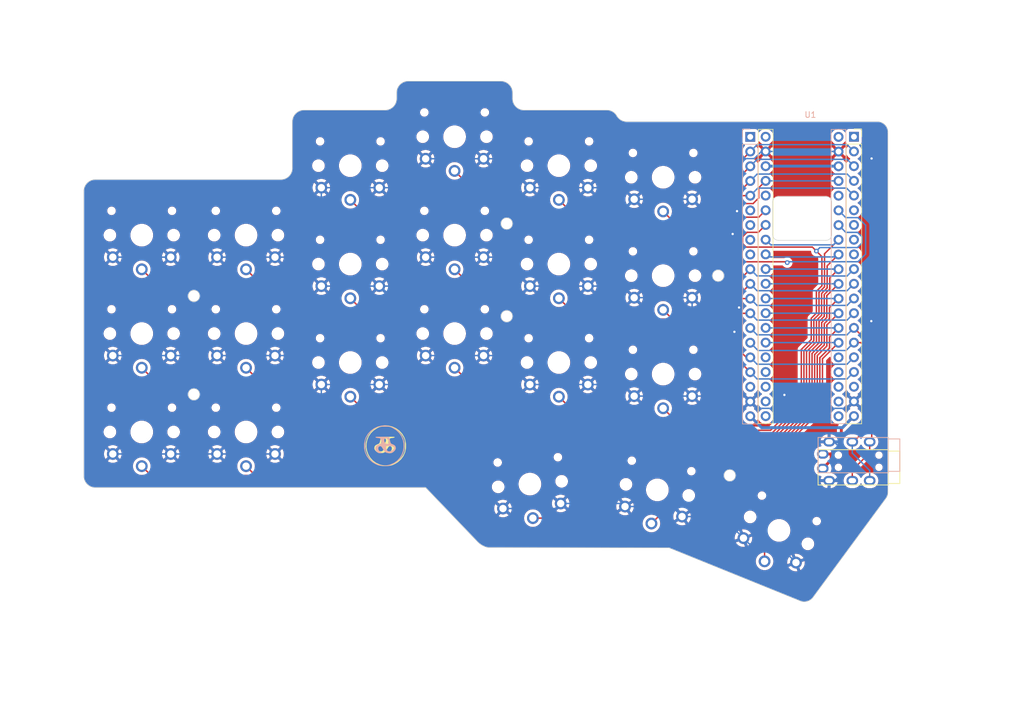
<source format=kicad_pcb>
(kicad_pcb (version 20240108) (generator "pcbnew") (generator_version "8.0")
  (title_block (rev "rev1.0"))
  (layers (0 "F.Cu" signal) (31 "B.Cu" signal) (34 "B.Paste" user) (35 "F.Paste" user) (36 "B.SilkS" user "B.Silkscreen") (37 "F.SilkS" user "F.Silkscreen") (38 "B.Mask" user) (39 "F.Mask" user) (44 "Edge.Cuts" user))
  (net 0 "")
  (net 1 "+3V3")
  (net 2 "GND")
  (net 3 "/TX")
  (net 4 "/RX")
  (net 5 "/k00")
  (net 6 "/k01")
  (net 7 "/k02")
  (net 8 "/k03")
  (net 9 "/k04")
  (net 10 "/k05")
  (net 11 "/k10")
  (net 12 "/k11")
  (net 13 "/k12")
  (net 14 "/k13")
  (net 15 "/k14")
  (net 16 "/k15")
  (net 17 "/k20")
  (net 18 "/k21")
  (net 19 "/k22")
  (net 20 "/k23")
  (net 21 "/k24")
  (net 22 "/k25")
  (net 23 "/k30")
  (net 24 "/k31")
  (net 25 "/k32")
  (footprint "keyswitches:SW_PG1350_reversible" (layer "F.Cu") (at 164 94)
    (property "Reference" "K25" (hide yes))
    (property "Value" "KEYSW")
  )
  (footprint "keyswitches:SW_PG1350_reversible" (layer "F.Cu") (at 146 92)
    (property "Reference" "K24" (hide yes))
    (property "Value" "KEYSW")
  )
  (footprint "keyswitches:SW_PG1350_reversible" (layer "F.Cu") (at 92 104)
    (property "Reference" "K21" (hide yes))
    (property "Value" "KEYSW" (hide yes))
  )
  (footprint "keyswitches:SW_PG1350_reversible" (layer "F.Cu") (at 110 58)
    (property "Reference" "K02" (hide yes))
    (property "Value" "KEYSW" (hide yes))
  )
  (footprint "kdkb_tools:logo-small" (layer "F.Cu") (at 116 106.5)
    (property "Reference" "G***" (hide yes))
    (property "Value" "LOGO" (hide yes))
  )
  (footprint "keyswitches:SW_PG1350_reversible" (layer "F.Cu") (at 74 87)
    (property "Reference" "K10" (hide yes))
    (property "Value" "KEYSW" (hide yes))
  )
  (footprint "keyswitches:SW_PG1350_reversible" (layer "F.Cu") (at 146 58)
    (property "Reference" "K04" (hide yes))
    (property "Value" "KEYSW")
  )
  (footprint "keyswitches:SW_PG1350_reversible" (layer "F.Cu") (at 110 75)
    (property "Reference" "K12" (hide yes))
    (property "Value" "KEYSW")
  )
  (footprint "keyswitches:SW_PG1350_reversible" (layer "F.Cu") (at 141 113 5)
    (property "Reference" "K30" (hide yes))
    (property "Value" "KEYSW")
  )
  (footprint "keyswitches:SW_PG1350_reversible" (layer "F.Cu") (at 92 70)
    (property "Reference" "K01" (hide yes))
    (property "Value" "KEYSW" (hide yes))
  )
  (footprint "keyswitches:SW_PG1350_reversible" (layer "F.Cu") (at 146 75)
    (property "Reference" "K14" (hide yes))
    (property "Value" "KEYSW")
  )
  (footprint "keyswitches:SW_PG1350_reversible" (layer "F.Cu") (at 128 87)
    (property "Reference" "K23" (hide yes))
    (property "Value" "KEYSW" (hide yes))
  )
  (footprint "keyswitches:SW_PG1350_reversible" (layer "F.Cu") (at 128 53)
    (property "Reference" "K03" (hide yes))
    (property "Value" "KEYSW" (hide yes))
  )
  (footprint "keyswitches:SW_PG1350_reversible" (layer "F.Cu") (at 110 92)
    (property "Reference" "K22" (hide yes))
    (property "Value" "KEYSW" (hide yes))
  )
  (footprint "Keebio-Parts:TRRS-PJ-320A" (layer "F.Cu") (at 202.85 110.1 -90)
    (property "Reference" "J1" (hide yes))
    (property "Value" "TRRS")
  )
  (footprint "keyswitches:SW_PG1350_reversible" (layer "F.Cu") (at 164 77)
    (property "Reference" "K15" (hide yes))
    (property "Value" "KEYSW")
  )
  (footprint "keyswitches:SW_PG1350_reversible" (layer "F.Cu") (at 184 121 -25)
    (property "Reference" "K32" (hide yes))
    (property "Value" "KEYSW")
  )
  (footprint "keyswitches:SW_PG1350_reversible" (layer "F.Cu") (at 92 87)
    (property "Reference" "K11" (hide yes))
    (property "Value" "KEYSW" (hide yes))
  )
  (footprint "Footprints:YAAJ_WeAct_BlackPill_2" (layer "F.Cu") (at 179.155 53)
    (property "Reference" "U1")
    (property "Value" "YAAJ_WeAct_BlackPill_Part_Like" (hide yes))
  )
  (footprint "keyswitches:SW_PG1350_reversible" (layer "F.Cu") (at 164 60)
    (property "Reference" "K05" (hide yes))
    (property "Value" "KEYSW")
  )
  (footprint "keyswitches:SW_PG1350_reversible" (layer "F.Cu") (at 74 104)
    (property "Reference" "K20" (hide yes))
    (property "Value" "KEYSW" (hide yes))
  )
  (footprint "keyswitches:SW_PG1350_reversible" (layer "F.Cu") (at 128 70)
    (property "Reference" "K13" (hide yes))
    (property "Value" "KEYSW")
  )
  (footprint "keyswitches:SW_PG1350_reversible" (layer "F.Cu") (at 74 70)
    (property "Reference" "K00" (hide yes))
    (property "Value" "KEYSW" (hide yes))
  )
  (footprint "keyswitches:SW_PG1350_reversible" (layer "F.Cu") (at 163 114 -10)
    (property "Reference" "K31" (hide yes))
    (property "Value" "KEYSW")
  )
  (footprint "kdkb_tools:logo-small" (layer "B.Cu") (at 116 106.5 180)
    (property "Reference" "G***" (hide yes))
    (property "Value" "LOGO" (hide yes))
  )
  (gr_circle (center 83 80.5) (end 84 80.5) (stroke (width 0.1)) (fill none) (layer "Edge.Cuts"))
  (gr_line (start 182.9 69.9) (end 182.9 64.3) (stroke (width 0.1)) (layer "Edge.Cuts"))
  (gr_arc (start 201 50.4) (mid 202.272792 50.927208) (end 202.8 52.2) (stroke (width 0.1)) (layer "Edge.Cuts"))
  (gr_arc (start 100 50.4) (mid 100.585786 48.985786) (end 102 48.4) (stroke (width 0.1)) (layer "Edge.Cuts"))
  (gr_circle (center 137 84) (end 138 84) (stroke (width 0.1)) (fill none) (layer "Edge.Cuts"))
  (gr_line (start 66 113.6) (end 106.5 113.6) (stroke (width 0.1)) (layer "Edge.Cuts"))
  (gr_line (start 189.949999 132.449999) (end 202.434044 115.487896) (stroke (width 0.1)) (layer "Edge.Cuts"))
  (gr_line (start 165 124) (end 187.513868 133.121447) (stroke (width 0.1)) (layer "Edge.Cuts"))
  (gr_arc (start 118 45.4) (mid 118.585786 43.985786) (end 120 43.4) (stroke (width 0.1)) (layer "Edge.Cuts"))
  (gr_circle (center 175.5 111.5) (end 176.5 111.5) (stroke (width 0.1)) (fill none) (layer "Edge.Cuts"))
  (gr_line (start 192.1 70.9) (end 183.9 70.9) (stroke (width 0.1)) (layer "Edge.Cuts"))
  (gr_line (start 201 50.4) (end 157.750002 50.399998) (stroke (width 0.1)) (layer "Edge.Cuts"))
  (gr_arc (start 182.9 64.3) (mid 183.192893 63.592893) (end 183.9 63.3) (stroke (width 0.1)) (layer "Edge.Cuts"))
  (gr_line (start 118 45.4) (end 118 46.4) (stroke (width 0.1)) (layer "Edge.Cuts"))
  (gr_line (start 138 46.4) (end 138 45.4) (stroke (width 0.1)) (layer "Edge.Cuts"))
  (gr_arc (start 193.1 69.9) (mid 192.807107 70.607107) (end 192.1 70.9) (stroke (width 0.1)) (layer "Edge.Cuts"))
  (gr_arc (start 133.759203 123.957053) (mid 132.810421 123.605691) (end 132.000001 122.999999) (stroke (width 0.1)) (layer "Edge.Cuts"))
  (gr_line (start 106.5 113.6) (end 123.004848 113.6) (stroke (width 0.1)) (layer "Edge.Cuts"))
  (gr_line (start 193.092893 64.3) (end 193.1 69.9) (stroke (width 0.1)) (layer "Edge.Cuts"))
  (gr_line (start 123.004848 113.6) (end 132 123) (stroke (width 0.1)) (layer "Edge.Cuts"))
  (gr_arc (start 202.8 114.4) (mid 202.70606 114.973899) (end 202.434044 115.487896) (stroke (width 0.1)) (layer "Edge.Cuts"))
  (gr_line (start 100 50.4) (end 100 58.4) (stroke (width 0.1)) (layer "Edge.Cuts"))
  (gr_line (start 98 60.4) (end 66 60.4) (stroke (width 0.1)) (layer "Edge.Cuts"))
  (gr_circle (center 137 68) (end 138 68) (stroke (width 0.1)) (fill none) (layer "Edge.Cuts"))
  (gr_arc (start 136 43.4) (mid 137.414214 43.985786) (end 138 45.4) (stroke (width 0.1)) (layer "Edge.Cuts"))
  (gr_arc (start 118 46.4) (mid 117.414214 47.814214) (end 116 48.4) (stroke (width 0.1)) (layer "Edge.Cuts"))
  (gr_arc (start 66 113.6) (mid 64.585786 113.014214) (end 64 111.6) (stroke (width 0.1)) (layer "Edge.Cuts"))
  (gr_line (start 202.8 114.4) (end 202.8 113.2) (stroke (width 0.1)) (layer "Edge.Cuts"))
  (gr_arc (start 140 48.4) (mid 138.585786 47.814214) (end 138 46.4) (stroke (width 0.1)) (layer "Edge.Cuts"))
  (gr_arc (start 157.750002 50.399998) (mid 156.742216 50.132373) (end 156 49.4) (stroke (width 0.1)) (layer "Edge.Cuts"))
  (gr_line (start 64 62.4) (end 64 111.6) (stroke (width 0.1)) (layer "Edge.Cuts"))
  (gr_arc (start 192.092893 63.3) (mid 192.8 63.592893) (end 193.092893 64.3) (stroke (width 0.1)) (layer "Edge.Cuts"))
  (gr_line (start 165 124) (end 133.759203 123.957053) (stroke (width 0.1)) (layer "Edge.Cuts"))
  (gr_arc (start 183.9 70.9) (mid 183.192893 70.607107) (end 182.9 69.9) (stroke (width 0.1)) (layer "Edge.Cuts"))
  (gr_line (start 136 43.4) (end 120 43.4) (stroke (width 0.1)) (layer "Edge.Cuts"))
  (gr_arc (start 64 62.4) (mid 64.585786 60.985786) (end 66 60.4) (stroke (width 0.1)) (layer "Edge.Cuts"))
  (gr_line (start 183.9 63.3) (end 192.092893 63.3) (stroke (width 0.1)) (layer "Edge.Cuts"))
  (gr_line (start 116 48.4) (end 102 48.4) (stroke (width 0.1)) (layer "Edge.Cuts"))
  (gr_arc (start 154.3 48.4) (mid 155.286154 48.668538) (end 156 49.4) (stroke (width 0.1)) (layer "Edge.Cuts"))
  (gr_line (start 202.8 113.2) (end 202.8 52.2) (stroke (width 0.1)) (layer "Edge.Cuts"))
  (gr_arc (start 100 58.4) (mid 99.414214 59.814214) (end 98 60.4) (stroke (width 0.1)) (layer "Edge.Cuts"))
  (gr_circle (center 173.5 77) (end 174.5 77) (stroke (width 0.1)) (fill none) (layer "Edge.Cuts"))
  (gr_arc (start 189.949999 132.449999) (mid 188.858511 133.244969) (end 187.513868 133.121447) (stroke (width 0.1)) (layer "Edge.Cuts"))
  (gr_line (start 154.3 48.4) (end 140 48.4) (stroke (width 0.1)) (layer "Edge.Cuts"))
  (gr_circle (center 83 97.5) (end 84 97.5) (stroke (width 0.1)) (fill none) (layer "Edge.Cuts"))
  (segment (start 193 107.8) (end 191.55 107.8) (width 0.5) (layer "F.Cu") (net 1))
  (segment (start 193 108.85) (end 191.55 110.3) (width 0.5) (layer "F.Cu") (net 1))
  (segment (start 194.75 103.445) (end 194.75 106.05) (width 0.5) (layer "F.Cu") (net 1))
  (segment (start 193.3 107.5) (end 193 107.8) (width 0.5) (layer "F.Cu") (net 1))
  (segment (start 196.935 101.26) (end 194.75 103.445) (width 0.5) (layer "F.Cu") (net 1))
  (segment (start 194.75 106.05) (end 193.3 107.5) (width 0.5) (layer "F.Cu") (net 1))
  (segment (start 193 107.8) (end 193 108.85) (width 0.5) (layer "F.Cu") (net 1))
  (segment (start 179.035 101.28) (end 181.005 103.25) (width 0.5) (layer "B.Cu") (net 1))
  (segment (start 194.945 103.25) (end 196.935 101.26) (width 0.5) (layer "B.Cu") (net 1))
  (segment (start 181.005 103.25) (end 194.945 103.25) (width 0.5) (layer "B.Cu") (net 1))
  (segment (start 181.695 58.08) (end 194.255 58.08) (width 0.5) (layer "B.Cu") (net 1))
  (segment (start 194.255 58.08) (end 194.275 58.1) (width 0.25) (layer "B.Cu") (net 1))
  (via (at 176.75 65.85) (size 0.8) (drill 0.4) (layers "F.Cu" "B.Cu") (net 2))
  (via (at 176.3 86.7) (size 0.8) (drill 0.4) (layers "F.Cu" "B.Cu") (net 2))
  (via (at 199.98 56.76) (size 0.8) (drill 0.4) (layers "F.Cu" "B.Cu") (net 2))
  (via (at 176 69.8) (size 0.8) (drill 0.4) (layers "F.Cu" "B.Cu") (net 2))
  (via (at 177.1 82.5) (size 0.8) (drill 0.4) (layers "F.Cu" "B.Cu") (net 2))
  (via (at 184.93 97.6) (size 0.8) (drill 0.4) (layers "F.Cu" "B.Cu") (net 2))
  (via (at 199.93 84.85) (size 0.8) (drill 0.4) (layers "F.Cu" "B.Cu") (net 2))
  (segment (start 136 56.8) (end 141 61.8) (width 0.25) (layer "B.Cu") (net 2))
  (segment (start 146.312165 116.349761) (end 156.89183 116.349761) (width 0.25) (layer "B.Cu") (net 2))
  (segment (start 194.255 55.54) (end 194.275 55.56) (width 0.25) (layer "B.Cu") (net 2))
  (segment (start 136.350218 117.221319) (end 145.440607 117.221319) (width 0.25) (layer "B.Cu") (net 2))
  (segment (start 79 90.8) (end 69 90.8) (width 0.25) (layer "B.Cu") (net 2))
  (segment (start 97 90.8) (end 100 90.8) (width 0.25) (layer "B.Cu") (net 2))
  (segment (start 115 78.8) (end 118 78.8) (width 0.25) (layer "B.Cu") (net 2))
  (segment (start 192.664511 99.914511) (end 195.740489 99.914511) (width 0.25) (layer "B.Cu") (net 2))
  (segment (start 115 95.8) (end 118 95.8) (width 0.25) (layer "B.Cu") (net 2))
  (segment (start 195.740489 99.914511) (end 196.935 98.72) (width 0.25) (layer "B.Cu") (net 2))
  (segment (start 196.10601 103.75) (end 197.25 103.75) (width 0.25) (layer "B.Cu") (net 2))
  (segment (start 79 107.8) (end 69 107.8) (width 0.25) (layer "B.Cu") (net 2))
  (segment (start 83.2 91.8) (end 86 91.8) (width 0.25) (layer "B.Cu") (net 2))
  (segment (start 87 107.8) (end 97 107.8) (width 0.25) (layer "B.Cu") (net 2))
  (segment (start 194.15601 105.7) (end 192.65 105.7) (width 0.25) (layer "B.Cu") (net 2))
  (segment (start 107.7 86.110114) (end 101.75 92.060114) (width 0.25) (layer "B.Cu") (net 2))
  (segment (start 136 90.8) (end 141 95.8) (width 0.25) (layer "B.Cu") (net 2))
  (segment (start 193.6 112.4) (end 192.65 112.4) (width 0.25) (layer "B.Cu") (net 2))
  (segment (start 151 61.8) (end 154.55 61.8) (width 0.25) (layer "B.Cu") (net 2))
  (segment (start 87 73.8) (end 86 74.8) (width 0.25) (layer "B.Cu") (net 2))
  (segment (start 157 78.8) (end 159 80.8) (width 0.25) (layer "B.Cu") (net 2))
  (segment (start 118 78.8) (end 123 73.8) (width 0.25) (layer "B.Cu") (net 2))
  (segment (start 79 73.8) (end 69 73.8) (width 0.25) (layer "B.Cu") (net 2))
  (segment (start 141 78.8) (end 151 78.8) (width 0.25) (layer "B.Cu") (net 2))
  (segment (start 97 73.8) (end 105 65.8) (width 0.25) (layer "B.Cu") (net 2))
  (segment (start 155.55 95.8) (end 157 95.8) (width 0.25) (layer "B.Cu") (net 2))
  (segment (start 159 63.8) (end 169 63.8) (width 0.25) (layer "B.Cu") (net 2))
  (segment (start 195.5 110.5) (end 195.5 107.7) (width 0.25) (layer "B.Cu") (net 2))
  (segment (start 189.25 119.25) (end 184.434264 124.065736) (width 0.25) (layer "B.Cu") (net 2))
  (segment (start 80 74.8) (end 79 73.8) (width 0.25) (layer "B.Cu") (net 2))
  (segment (start 86 74.8) (end 80 74.8) (width 0.25) (layer "B.Cu") (net 2))
  (segment (start 101.689886 92.060114) (end 101.475 92.275) (width 0.25) (layer "B.Cu") (net 2))
  (segment (start 133 73.8) (end 136 73.8) (width 0.25) (layer "B.Cu") (net 2))
  (segment (start 118 95.8) (end 123 90.8) (width 0.25) (layer "B.Cu") (net 2))
  (segment (start 178.095 97.8) (end 179.035 98.74) (width 0.25) (layer "B.Cu") (net 2))
  (segment (start 180.209511 99.914511) (end 192.664511 99.914511) (width 0.25) (layer "B.Cu") (net 2))
  (segment (start 105 65.8) (end 105 61.8) (width 0.25) (layer "B.Cu") (net 2))
  (segment (start 83.2 91.8) (end 82.2 90.8) (width 0.25) (layer "B.Cu") (net 2))
  (segment (start 195.5 107.7) (end 193.5 105.7) (width 0.25) (layer "B.Cu") (net 2))
  (segment (start 189.25 116.85) (end 192.65 113.45) (width 0.25) (layer "B.Cu") (net 2))
  (segment (start 87 73.8) (end 97 73.8) (width 0.25) (layer "B.Cu") (net 2))
  (segment (start 105 95.8) (end 115 95.8) (width 0.25) (layer "B.Cu") (net 2))
  (segment (start 100 73.8) (end 105 78.8) (width 0.25) (layer "B.Cu") (net 2))
  (segment (start 172.13949 118.61051) (end 172.13949 105.63551) (width 0.25) (layer "B.Cu") (net 2))
  (segment (start 169 63.8) (end 176.03 56.77) (width 0.25) (layer "B.Cu") (net 2))
  (segment (start 165.527695 116.874029) (end 167.264176 118.61051) (width 0.25) (layer "B.Cu") (net 2))
  (segment (start 87 90.8) (end 97 90.8) (width 0.25) (layer "B.Cu") (net 2))
  (segment (start 100 90.8) (end 101.475 92.275) (width 0.25) (layer "B.Cu") (net 2))
  (segment (start 79 107.8) (end 87 107.8) (width 0.25) (layer "B.Cu") (net 2))
  (segment (start 174.142144 118.61051) (end 177.862512 122.330878) (width 0.25) (layer "B.Cu") (net 2))
  (segment (start 123 90.8) (end 133 90.8) (width 0.25) (layer "B.Cu") (net 2))
  (segment (start 105 99.8) (end 105 95.8) (width 0.25) (layer "B.Cu") (net 2))
  (segment (start 155.55 78.8) (end 155.55 95.8) (width 0.25) (layer "B.Cu") (net 2))
  (segment (start 101.475 92.275) (end 105 95.8) (width 0.25) (layer "B.Cu") (net 2))
  (segment (start 157 95.8) (end 159 97.8) (width 0.25) (layer "B.Cu") (net 2))
  (segment (start 151 95.8) (end 155.55 95.8) (width 0.25) (layer "B.Cu") (net 2))
  (segment (start 107.7 78.8) (end 107.7 86.110114) (width 0.25) (layer "B.Cu") (net 2))
  (segment (start 179.729282 56.77) (end 180.959282 55.54) (width 0.25) (layer "B.Cu") (net 2))
  (segment (start 169 83.5) (end 174.55 89.05) (width 0.25) (layer "B.Cu") (net 2))
  (segment (start 97 73.8) (end 100 73.8) (width 0.25) (layer "B.Cu") (net 2))
  (segment (start 157 61.8) (end 159 63.8) (width 0.25) (layer "B.Cu") (net 2))
  (segment (start 86 91.8) (end 87 90.8) (width 0.25) (layer "B.Cu") (net 2))
  (segment (start 193.5 105.7) (end 192.65 105.7) (width 0.25) (layer "B.Cu") (net 2))
  (segment (start 198.75 100.535) (end 196.935 98.72) (width 0.25) (layer "B.Cu") (net 2))
  (segment (start 101.75 92.060114) (end 101.689886 92.060114) (width 0.25) (layer "B.Cu") (net 2))
  (segment (start 181.695 55.54) (end 194.255 55.54) (width 0.25) (layer "B.Cu") (net 2))
  (segment (start 192.65 113.45) (end 192.65 112.4) (width 0.25) (layer "B.Cu") (net 2))
  (segment (start 141 95.8) (end 151 95.8) (width 0.25) (layer "B.Cu") (net 2))
  (segment (start 167.264176 118.61051) (end 172.13949 118.61051) (width 0.25) (layer "B.Cu") (net 2))
  (segment (start 169 80.8) (end 169 83.5) (width 0.25) (layer "B.Cu") (net 2))
  (segment (start 157.416098 116.874029) (end 165.527695 116.874029) (width 0.25) (layer "B.Cu") (net 2))
  (segment (start 123 56.8) (end 133 56.8) (width 0.25) (layer "B.Cu") (net 2))
  (segment (start 136 73.8) (end 141 78.8) (width 0.25) (layer "B.Cu") (net 2))
  (segment (start 145.440607 117.221319) (end 146.312165 116.349761) (width 0.25) (layer "B.Cu") (net 2))
  (segment (start 184.434264 124.065736) (end 186.92559 126.557061) (width 0.25) (layer "B.Cu") (net 2))
  (segment (start 172.13949 105.63551) (end 179.035 98.74) (width 0.25) (layer "B.Cu") (net 2))
  (segment (start 172.13949 118.61051) (end 174.142144 118.61051) (width 0.25) (layer "B.Cu") (net 2))
  (segment (start 141 61.8) (end 151 61.8) (width 0.25) (layer "B.Cu") (net 2))
  (segment (start 154.45 78.8) (end 155.55 78.8) (width 0.25) (layer "B.Cu") (net 2))
  (segment (start 195.5 110.5) (end 193.6 112.4) (width 0.25) (layer "B.Cu") (net 2))
  (segment (start 82.2 90.8) (end 79 90.8) (width 0.25) (layer "B.Cu") (net 2))
  (segment (start 174.55 97.8) (end 178.095 97.8) (width 0.25) (layer "B.Cu") (net 2))
  (segment (start 151 78.8) (end 154.45 78.8) (width 0.25) (layer "B.Cu") (net 2))
  (segment (start 154.55 61.8) (end 157 61.8) (width 0.25) (layer "B.Cu") (net 2))
  (segment (start 193.2 112.3) (end 192.6625 112.3) (width 0.25) (layer "B.Cu") (net 2))
  (segment (start 177.862512 122.330878) (end 178.878511 123.346877) (width 0.25) (layer "B.Cu") (net 2))
  (segment (start 174.55 89.05) (end 174.55 97.8) (width 0.25) (layer "B.Cu") (net 2))
  (segment (start 154.5 61.85) (end 154.5 78.75) (width 0.25) (layer "B.Cu") (net 2))
  (segment (start 169 97.8) (end 174.55 97.8) (width 0.25) (layer "B.Cu") (net 2))
  (segment (start 196.10601 103.75) (end 194.15601 105.7) (width 0.25) (layer "B.Cu") (net 2))
  (segment (start 154.55 61.8) (end 154.5 61.85) (width 0.25) (layer "B.Cu") (net 2))
  (segment (start 118 61.8) (end 123 56.8) (width 0.25) (layer "B.Cu") (net 2))
  (segment (start 156.89183 116.349761) (end 157.416098 116.874029) (width 0.25) (layer "B.Cu") (net 2))
  (segment (start 105 61.8) (end 115 61.8) (width 0.25) (layer "B.Cu") (net 2))
  (segment (start 179.035 98.74) (end 180.209511 99.914511) (width 0.25) (layer "B.Cu") (net 2))
  (segment (start 178.878511 123.346877) (end 183.715406 123.346877) (width 0.25) (layer "B.Cu") (net 2))
  (segment (start 154.5 78.75) (end 154.45 78.8) (width 0.25) (layer "B.Cu") (net 2))
  (segment (start 192.65 99.929022) (end 192.664511 99.914511) (width 0.25) (layer "B.Cu") (net 2))
  (segment (start 155.55 78.8) (end 157 78.8) (width 0.25) (layer "B.Cu") (net 2))
  (segment (start 107.7 78.8) (end 115 78.8) (width 0.25) (layer "B.Cu") (net 2))
  (segment (start 123 73.8) (end 133 73.8) (width 0.25) (layer "B.Cu") (net 2))
  (segment (start 159 97.8) (end 169 97.8) (width 0.25) (layer "B.Cu") (net 2))
  (segment (start 115 61.8) (end 118 61.8) (width 0.25) (layer "B.Cu") (net 2))
  (segment (start 183.715406 123.346877) (end 184.434264 124.065736) (width 0.25) (layer "B.Cu") (net 2))
  (segment (start 180.959282 55.54) (end 181.695 55.54) (width 0.25) (layer "B.Cu") (net 2))
  (segment (start 133 90.8) (end 136 90.8) (width 0.25) (layer "B.Cu") (net 2))
  (segment (start 189.25 116.85) (end 189.25 119.25) (width 0.25) (layer "B.Cu") (net 2))
  (segment (start 159 80.8) (end 169 80.8) (width 0.25) (layer "B.Cu") (net 2))
  (segment (start 197.25 103.75) (end 198.75 102.25) (width 0.25) (layer "B.Cu") (net 2))
  (segment (start 198.75 102.25) (end 198.75 100.535) (width 0.25) (layer "B.Cu") (net 2))
  (segment (start 133 56.8) (end 136 56.8) (width 0.25) (layer "B.Cu") (net 2))
  (segment (start 176.03 56.77) (end 179.729282 56.77) (width 0.25) (layer "B.Cu") (net 2))
  (segment (start 105 78.8) (end 107.7 78.8) (width 0.25) (layer "B.Cu") (net 2))
  (segment (start 97 107.8) (end 105 99.8) (width 0.25) (layer "B.Cu") (net 2))
  (segment (start 200 105.35) (end 199.65 105.7) (width 0.25) (layer "F.Cu") (net 3))
  (segment (start 196.65 110.6) (end 196.65 112.4) (width 0.25) (layer "F.Cu") (net 3))
  (segment (start 199.65 107.6) (end 199.65 105.7) (width 0.25) (layer "F.Cu") (net 3))
  (segment (start 199.65 107.6) (end 196.65 110.6) (width 0.25) (layer "F.Cu") (net 3))
  (segment (start 196.935 86.02) (end 200 89.085) (width 0.25) (layer "F.Cu") (net 3))
  (segment (start 200 89.085) (end 200 105.35) (width 0.25) (layer "F.Cu") (net 3))
  (segment (start 193.786995 87.213005) (end 193.788501 87.214511) (width 0.25) (layer "B.Cu") (net 3))
  (segment (start 179.035 86.04) (end 180.208005 87.213005) (width 0.25) (layer "B.Cu") (net 3))
  (segment (start 195.740489 87.214511) (end 196.935 86.02) (width 0.25) (layer "B.Cu") (net 3))
  (segment (start 193.788501 87.214511) (end 195.740489 87.214511) (width 0.25) (layer "B.Cu") (net 3))
  (segment (start 180.208005 87.213005) (end 193.786995 87.213005) (width 0.25) (layer "B.Cu") (net 3))
  (segment (start 198.11 88.56) (end 199.55048 90.00048) (width 0.25) (layer "F.Cu") (net 4))
  (segment (start 199.55048 90.00048) (end 199.55048 102.99952) (width 0.25) (layer "F.Cu") (net 4))
  (segment (start 199.55048 102.99952) (end 196.85 105.7) (width 0.25) (layer "F.Cu") (net 4))
  (segment (start 196.935 88.56) (end 198.11 88.56) (width 0.25) (layer "F.Cu") (net 4))
  (segment (start 196.85 105.7) (end 196.65 105.7) (width 0.25) (layer "F.Cu") (net 4))
  (segment (start 199.65 110.65) (end 199.65 112.4) (width 0.25) (layer "B.Cu") (net 4))
  (segment (start 196.65 107.65) (end 199.65 110.65) (width 0.25) (layer "B.Cu") (net 4))
  (segment (start 180.380489 89.925489) (end 195.569511 89.925489) (width 0.25) (layer "B.Cu") (net 4))
  (segment (start 196.65 105.7) (end 196.65 107.65) (width 0.25) (layer "B.Cu") (net 4))
  (segment (start 179.035 88.58) (end 180.380489 89.925489) (width 0.25) (layer "B.Cu") (net 4))
  (segment (start 195.569511 89.925489) (end 196.935 88.56) (width 0.25) (layer "B.Cu") (net 4))
  (segment (start 176.384072 74.6) (end 171.683112 69.89904) (width 0.25) (layer "F.Cu") (net 5))
  (segment (start 101.69952 73.936198) (end 97.385718 78.25) (width 0.25) (layer "F.Cu") (net 5))
  (segment (start 76.35 78.25) (end 74 75.9) (width 0.25) (layer "F.Cu") (net 5))
  (segment (start 181.695 65.7) (end 180.500489 66.894511) (width 0.25) (layer "F.Cu") (net 5))
  (segment (start 156.495943 67.267379) (end 140.767379 67.267379) (width 0.25) (layer "F.Cu") (net 5))
  (segment (start 140.767379 67.267379) (end 136.39904 62.89904) (width 0.25) (layer "F.Cu") (net 5))
  (segment (start 171.683112 69.89904) (end 159.127604 69.89904) (width 0.25) (layer "F.Cu") (net 5))
  (segment (start 174.687642 66.894511) (end 171.683112 69.89904) (width 0.25) (layer "F.Cu") (net 5))
  (segment (start 97.385718 78.25) (end 76.35 78.25) (width 0.25) (layer "F.Cu") (net 5))
  (segment (start 185.28 74.6) (end 176.384072 74.6) (width 0.25) (layer "F.Cu") (net 5))
  (segment (start 136.39904 62.89904) (end 119.622396 62.89904) (width 0.25) (layer "F.Cu") (net 5))
  (segment (start 101.69952 71.436198) (end 101.69952 73.936198) (width 0.25) (layer "F.Cu") (net 5))
  (segment (start 185.42 74.74) (end 185.28 74.6) (width 0.25) (layer "F.Cu") (net 5))
  (segment (start 159.127604 69.89904) (end 156.495943 67.267379) (width 0.25) (layer "F.Cu") (net 5))
  (segment (start 115.571915 66.94952) (end 106.186198 66.94952) (width 0.25) (layer "F.Cu") (net 5))
  (segment (start 180.500489 66.894511) (end 174.687642 66.894511) (width 0.25) (layer "F.Cu") (net 5))
  (segment (start 106.186198 66.94952) (end 101.69952 71.436198) (width 0.25) (layer "F.Cu") (net 5))
  (segment (start 119.622396 62.89904) (end 115.571915 66.94952) (width 0.25) (layer "F.Cu") (net 5))
  (via (at 185.42 74.74) (size 0.8) (drill 0.4) (layers "F.Cu" "B.Cu") (net 5))
  (segment (start 197.63 74.59) (end 185.57 74.59) (width 0.25) (layer "B.Cu") (net 5))
  (segment (start 197.63 66.97) (end 198.95 68.29) (width 0.25) (layer "B.Cu") (net 5))
  (segment (start 194.275 65.72) (end 195.525 66.97) (width 0.25) (layer "B.Cu") (net 5))
  (segment (start 198.95 73.27) (end 197.63 74.59) (width 0.25) (layer "B.Cu") (net 5))
  (segment (start 198.95 68.29) (end 198.95 73.27) (width 0.25) (layer "B.Cu") (net 5))
  (segment (start 195.525 66.97) (end 197.63 66.97) (width 0.25) (layer "B.Cu") (net 5))
  (segment (start 185.57 74.59) (end 185.42 74.74) (width 0.25) (layer "B.Cu") (net 5))
  (segment (start 115.385718 66.5) (end 106 66.5) (width 0.25) (layer "F.Cu") (net 6))
  (segment (start 180.5 63.566988) (end 179.521499 64.545489) (width 0.25) (layer "F.Cu") (net 6))
  (segment (start 101.25 73.75) (end 97.19952 77.80048) (width 0.25) (layer "F.Cu") (net 6))
  (segment (start 176.400947 64.545489) (end 171.496915 69.44952) (width 0.25) (layer "F.Cu") (net 6))
  (segment (start 181.695 60.62) (end 180.5 61.815) (width 0.25) (layer "F.Cu") (net 6))
  (segment (start 180.5 61.815) (end 180.5 63.566988) (width 0.25) (layer "F.Cu") (net 6))
  (segment (start 97.19952 77.80048) (end 94.90048 77.80048) (width 0.25) (layer "F.Cu") (net 6))
  (segment (start 141.067859 66.817859) (end 136.69952 62.44952) (width 0.25) (layer "F.Cu") (net 6))
  (segment (start 156.682141 66.817859) (end 141.067859 66.817859) (width 0.25) (layer "F.Cu") (net 6))
  (segment (start 179.521499 64.545489) (end 176.400947 64.545489) (width 0.25) (layer "F.Cu") (net 6))
  (segment (start 93.9 77.8) (end 92 75.9) (width 0.25) (layer "F.Cu") (net 6))
  (segment (start 94.90048 77.80048) (end 94.9 77.8) (width 0.25) (layer "F.Cu") (net 6))
  (segment (start 106 66.5) (end 101.25 71.25) (width 0.25) (layer "F.Cu") (net 6))
  (segment (start 101.25 71.25) (end 101.25 73.75) (width 0.25) (layer "F.Cu") (net 6))
  (segment (start 119.436198 62.44952) (end 115.385718 66.5) (width 0.25) (layer "F.Cu") (net 6))
  (segment (start 94.9 77.8) (end 93.9 77.8) (width 0.25) (layer "F.Cu") (net 6))
  (segment (start 136.69952 62.44952) (end 119.436198 62.44952) (width 0.25) (layer "F.Cu") (net 6))
  (segment (start 171.496915 69.44952) (end 159.313803 69.44952) (width 0.25) (layer "F.Cu") (net 6))
  (segment (start 159.313803 69.44952) (end 156.682141 66.817859) (width 0.25) (layer "F.Cu") (net 6))
  (segment (start 194.255 60.62) (end 194.275 60.64) (width 0.25) (layer "B.Cu") (net 6))
  (segment (start 181.695 60.62) (end 194.255 60.62) (width 0.25) (layer "B.Cu") (net 6))
  (segment (start 112.1 66) (end 110 63.9) (width 0.25) (layer "F.Cu") (net 7))
  (segment (start 115.25 66) (end 112.1 66) (width 0.25) (layer "F.Cu") (net 7))
  (segment (start 141.25 66.25) (end 137 62) (width 0.25) (layer "F.Cu") (net 7))
  (segment (start 159.5 69) (end 156.75 66.25) (width 0.25) (layer "F.Cu") (net 7))
  (segment (start 156.75 66.25) (end 141.25 66.25) (width 0.25) (layer "F.Cu") (net 7))
  (segment (start 137 62) (end 119.25 62) (width 0.25) (layer "F.Cu") (net 7))
  (segment (start 177.130718 63.18) (end 171.310718 69) (width 0.25) (layer "F.Cu") (net 7))
  (segment (start 119.25 62) (end 115.25 66) (width 0.25) (layer "F.Cu") (net 7))
  (segment (start 179.035 63.18) (end 177.130718 63.18) (width 0.25) (layer "F.Cu") (net 7))
  (segment (start 171.310718 69) (end 159.5 69) (width 0.25) (layer "F.Cu") (net 7))
  (segment (start 180.345 61.87) (end 195.645 61.87) (width 0.25) (layer "B.Cu") (net 7))
  (segment (start 179.035 63.18) (end 180.345 61.87) (width 0.25) (layer "B.Cu") (net 7))
  (segment (start 195.645 61.87) (end 196.935 63.16) (width 0.25) (layer "B.Cu") (net 7))
  (segment (start 157 65.75) (end 141.5 65.75) (width 0.25) (layer "F.Cu") (net 8))
  (segment (start 137.3 61.55) (end 130.65 61.55) (width 0.25) (layer "F.Cu") (net 8))
  (segment (start 141.5 65.75) (end 137.3 61.55) (width 0.25) (layer "F.Cu") (net 8))
  (segment (start 179.035 60.64) (end 171.175 68.5) (width 0.25) (layer "F.Cu") (net 8))
  (segment (start 171.175 68.5) (end 159.75 68.5) (width 0.25) (layer "F.Cu") (net 8))
  (segment (start 159.75 68.5) (end 157 65.75) (width 0.25) (layer "F.Cu") (net 8))
  (segment (start 130.65 61.55) (end 128 58.9) (width 0.25) (layer "F.Cu") (net 8))
  (segment (start 179.035 60.64) (end 180.229511 59.445489) (width 0.25) (layer "B.Cu") (net 8))
  (segment (start 180.229511 59.445489) (end 195.760489 59.445489) (width 0.25) (layer "B.Cu") (net 8))
  (segment (start 195.760489 59.445489) (end 196.935 60.62) (width 0.25) (layer "B.Cu") (net 8))
  (segment (start 177.3 59.835) (end 177.3 61.739282) (width 0.25) (layer "F.Cu") (net 9))
  (segment (start 147.35 65.25) (end 146 63.9) (width 0.25) (layer "F.Cu") (net 9))
  (segment (start 179.035 58.1) (end 177.3 59.835) (width 0.25) (layer "F.Cu") (net 9))
  (segment (start 160 68) (end 157.25 65.25) (width 0.25) (layer "F.Cu") (net 9))
  (segment (start 177.3 61.739282) (end 171.039282 68) (width 0.25) (layer "F.Cu") (net 9))
  (segment (start 157.25 65.25) (end 147.35 65.25) (width 0.25) (layer "F.Cu") (net 9))
  (segment (start 171.039282 68) (end 160 68) (width 0.25) (layer "F.Cu") (net 9))
  (segment (start 179.035 58.1) (end 180.229511 56.905489) (width 0.25) (layer "B.Cu") (net 9))
  (segment (start 195.760489 56.905489) (end 196.935 58.08) (width 0.25) (layer "B.Cu") (net 9))
  (segment (start 180.229511 56.905489) (end 195.760489 56.905489) (width 0.25) (layer "B.Cu") (net 9))
  (segment (start 176.85048 57.74452) (end 176.85048 61.553084) (width 0.25) (layer "F.Cu") (net 10))
  (segment (start 179.035 55.56) (end 176.85048 57.74452) (width 0.25) (layer "F.Cu") (net 10))
  (segment (start 176.85048 61.553084) (end 170.853084 67.55048) (width 0.25) (layer "F.Cu") (net 10))
  (segment (start 170.853084 67.55048) (end 165.65048 67.55048) (width 0.25) (layer "F.Cu") (net 10))
  (segment (start 165.65048 67.55048) (end 164 65.9) (width 0.25) (layer "F.Cu") (net 10))
  (segment (start 179.035 55.56) (end 180.229511 54.365489) (width 0.25) (layer "B.Cu") (net 10))
  (segment (start 195.760489 54.365489) (end 196.935 55.54) (width 0.25) (layer "B.Cu") (net 10))
  (segment (start 180.229511 54.365489) (end 195.760489 54.365489) (width 0.25) (layer "B.Cu") (net 10))
  (segment (start 142.364282 86.135717) (end 135.745944 79.517379) (width 0.25) (layer "F.Cu") (net 11))
  (segment (start 106.135718 83.75) (end 100.75 89.135718) (width 0.25) (layer "F.Cu") (net 11))
  (segment (start 114.021436 83.75) (end 106.135718 83.75) (width 0.25) (layer "F.Cu") (net 11))
  (segment (start 118.254057 79.517379) (end 114.021436 83.75) (width 0.25) (layer "F.Cu") (net 11))
  (segment (start 177.5 90.9) (end 172.99904 86.39904) (width 0.25) (layer "F.Cu") (net 11))
  (segment (start 135.745944 79.517379) (end 118.254057 79.517379) (width 0.25) (layer "F.Cu") (net 11))
  (segment (start 142.627604 86.39904) (end 142.364282 86.135717) (width 0.25) (layer "F.Cu") (net 11))
  (segment (start 100.75 92) (end 98 94.75) (width 0.25) (layer "F.Cu") (net 11))
  (segment (start 98 94.75) (end 75.85 94.75) (width 0.25) (layer "F.Cu") (net 11))
  (segment (start 100.75 89.135718) (end 100.75 92) (width 0.25) (layer "F.Cu") (net 11))
  (segment (start 179.035 93.66) (end 177.5 92.125) (width 0.25) (layer "F.Cu") (net 11))
  (segment (start 177.5 92.125) (end 177.5 90.9) (width 0.25) (layer "F.Cu") (net 11))
  (segment (start 172.99904 86.39904) (end 142.627604 86.39904) (width 0.25) (layer "F.Cu") (net 11))
  (segment (start 75.85 94.75) (end 74 92.9) (width 0.25) (layer "F.Cu") (net 11))
  (segment (start 179.035 93.66) (end 180.209511 94.834511) (width 0.25) (layer "B.Cu") (net 11))
  (segment (start 180.209511 94.834511) (end 195.740489 94.834511) (width 0.25) (layer "B.Cu") (net 11))
  (segment (start 195.740489 94.834511) (end 196.935 93.64) (width 0.25) (layer "B.Cu") (net 11))
  (segment (start 173.18952 85.94952) (end 142.813802 85.94952) (width 0.25) (layer "F.Cu") (net 12))
  (segment (start 100.30048 91.813802) (end 97.813802 94.30048) (width 0.25) (layer "F.Cu") (net 12))
  (segment (start 93.40048 94.30048) (end 92 92.9) (width 0.25) (layer "F.Cu") (net 12))
  (segment (start 118.067859 79.067859) (end 113.885718 83.25) (width 0.25) (layer "F.Cu") (net 12))
  (segment (start 179.035 91.12) (end 178.36 91.12) (width 0.25) (layer "F.Cu") (net 12))
  (segment (start 100.30048 88.949521) (end 100.30048 91.813802) (width 0.25) (layer "F.Cu") (net 12))
  (segment (start 135.932141 79.067859) (end 118.067859 79.067859) (width 0.25) (layer "F.Cu") (net 12))
  (segment (start 142.813802 85.94952) (end 135.932141 79.067859) (width 0.25) (layer "F.Cu") (net 12))
  (segment (start 106 83.25) (end 100.30048 88.949521) (width 0.25) (layer "F.Cu") (net 12))
  (segment (start 178.36 91.12) (end 173.18952 85.94952) (width 0.25) (layer "F.Cu") (net 12))
  (segment (start 97.813802 94.30048) (end 93.40048 94.30048) (width 0.25) (layer "F.Cu") (net 12))
  (segment (start 113.885718 83.25) (end 106 83.25) (width 0.25) (layer "F.Cu") (net 12))
  (segment (start 195.740489 92.294511) (end 196.935 91.1) (width 0.25) (layer "B.Cu") (net 12))
  (segment (start 180.209511 92.294511) (end 195.740489 92.294511) (width 0.25) (layer "B.Cu") (net 12))
  (segment (start 179.035 91.12) (end 180.209511 92.294511) (width 0.25) (layer "B.Cu") (net 12))
  (segment (start 175.226436 83.5) (end 173.226435 85.5) (width 0.25) (layer "F.Cu") (net 13))
  (segment (start 143 85.5) (end 136 78.5) (width 0.25) (layer "F.Cu") (net 13))
  (segment (start 111.75 82.65) (end 110 80.9) (width 0.25) (layer "F.Cu") (net 13))
  (segment (start 179.035 83.5) (end 175.226436 83.5) (width 0.25) (layer "F.Cu") (net 13))
  (segment (start 113.85 82.65) (end 111.75 82.65) (width 0.25) (layer "F.Cu") (net 13))
  (segment (start 136 78.5) (end 118 78.5) (width 0.25) (layer "F.Cu") (net 13))
  (segment (start 173.226435 85.5) (end 143 85.5) (width 0.25) (layer "F.Cu") (net 13))
  (segment (start 118 78.5) (end 113.85 82.65) (width 0.25) (layer "F.Cu") (net 13))
  (segment (start 195.740489 84.674511) (end 196.935 83.48) (width 0.25) (layer "B.Cu") (net 13))
  (segment (start 179.035 83.5) (end 180.209511 84.674511) (width 0.25) (layer "B.Cu") (net 13))
  (segment (start 180.209511 84.674511) (end 195.740489 84.674511) (width 0.25) (layer "B.Cu") (net 13))
  (segment (start 143.25 85) (end 136.30048 78.05048) (width 0.25) (layer "F.Cu") (net 14))
  (segment (start 136.30048 78.05048) (end 130.15048 78.05048) (width 0.25) (layer "F.Cu") (net 14))
  (segment (start 177.130718 80.96) (end 173.090718 85) (width 0.25) (layer "F.Cu") (net 14))
  (segment (start 179.035 80.96) (end 177.130718 80.96) (width 0.25) (layer "F.Cu") (net 14))
  (segment (start 130.15048 78.05048) (end 128 75.9) (width 0.25) (layer "F.Cu") (net 14))
  (segment (start 173.090718 85) (end 143.25 85) (width 0.25) (layer "F.Cu") (net 14))
  (segment (start 179.035 80.96) (end 180.209511 82.134511) (width 0.25) (layer "B.Cu") (net 14))
  (segment (start 180.209511 82.134511) (end 195.740489 82.134511) (width 0.25) (layer "B.Cu") (net 14))
  (segment (start 195.740489 82.134511) (end 196.935 80.94) (width 0.25) (layer "B.Cu") (net 14))
  (segment (start 149.6 84.5) (end 146 80.9) (width 0.25) (layer "F.Cu") (net 15))
  (segment (start 179.035 78.42) (end 172.955 84.5) (width 0.25) (layer "F.Cu") (net 15))
  (segment (start 172.955 84.5) (end 149.6 84.5) (width 0.25) (layer "F.Cu") (net 15))
  (segment (start 195.740489 79.594511) (end 196.935 78.4) (width 0.25) (layer "B.Cu") (net 15))
  (segment (start 180.209511 79.594511) (end 195.740489 79.594511) (width 0.25) (layer "B.Cu") (net 15))
  (segment (start 179.035 78.42) (end 180.209511 79.594511) (width 0.25) (layer "B.Cu") (net 15))
  (segment (start 165.15048 84.05048) (end 164 82.9) (width 0.25) (layer "F.Cu") (net 16))
  (segment (start 177.4 79.419282) (end 172.768802 84.05048) (width 0.25) (layer "F.Cu") (net 16))
  (segment (start 177.4 77.515) (end 177.4 79.419282) (width 0.25) (layer "F.Cu") (net 16))
  (segment (start 172.768802 84.05048) (end 165.15048 84.05048) (width 0.25) (layer "F.Cu") (net 16))
  (segment (start 179.035 75.88) (end 177.4 77.515) (width 0.25) (layer "F.Cu") (net 16))
  (segment (start 179.035 75.88) (end 180.189511 77.034511) (width 0.25) (layer "B.Cu") (net 16))
  (segment (start 195.740489 77.054511) (end 196.935 75.86) (width 0.25) (layer "B.Cu") (net 16))
  (segment (start 192.275009 77.034511) (end 192.295009 77.054511) (width 0.25) (layer "B.Cu") (net 16))
  (segment (start 180.189511 77.034511) (end 192.275009 77.034511) (width 0.25) (layer "B.Cu") (net 16))
  (segment (start 192.295009 77.054511) (end 195.740489 77.054511) (width 0.25) (layer "B.Cu") (net 16))
  (segment (start 191.810601 85.289399) (end 191.810601 88.963802) (width 0.25) (layer "F.Cu") (net 17))
  (segment (start 183.592846 106) (end 139.114282 106) (width 0.25) (layer "F.Cu") (net 17))
  (segment (start 190.15144 99.441406) (end 183.592846 106) (width 0.25) (layer "F.Cu") (net 17))
  (segment (start 191.810601 88.963802) (end 190.15144 90.622963) (width 0.25) (layer "F.Cu") (net 17))
  (segment (start 190.15144 90.622963) (end 190.15144 99.441406) (width 0.25) (layer "F.Cu") (net 17))
  (segment (start 139.114282 106) (end 135.063802 101.94952) (width 0.25) (layer "F.Cu") (net 17))
  (segment (start 75.6 111.5) (end 74 109.9) (width 0.25) (layer "F.Cu") (net 17))
  (segment (start 192.7 84.4) (end 191.810601 85.289399) (width 0.25) (layer "F.Cu") (net 17))
  (segment (start 192.7 82.535) (end 192.7 84.4) (width 0.25) (layer "F.Cu") (net 17))
  (segment (start 108.30048 101.94952) (end 98.75 111.5) (width 0.25) (layer "F.Cu") (net 17))
  (segment (start 98.75 111.5) (end 75.6 111.5) (width 0.25) (layer "F.Cu") (net 17))
  (segment (start 194.275 80.96) (end 192.7 82.535) (width 0.25) (layer "F.Cu") (net 17))
  (segment (start 135.063802 101.94952) (end 108.30048 101.94952) (width 0.25) (layer "F.Cu") (net 17))
  (segment (start 181.695 80.94) (end 194.255 80.94) (width 0.25) (layer "B.Cu") (net 17))
  (segment (start 194.255 80.94) (end 194.275 80.96) (width 0.25) (layer "B.Cu") (net 17))
  (segment (start 191.361081 85.103202) (end 191.361081 88.777604) (width 0.25) (layer "F.Cu") (net 18))
  (segment (start 191.361081 88.777604) (end 189.70192 90.436765) (width 0.25) (layer "F.Cu") (net 18))
  (segment (start 183.457128 105.5) (end 139.25 105.5) (width 0.25) (layer "F.Cu") (net 18))
  (segment (start 135.25 101.5) (end 108 101.5) (width 0.25) (layer "F.Cu") (net 18))
  (segment (start 189.70192 99.255208) (end 183.457128 105.5) (width 0.25) (layer "F.Cu") (net 18))
  (segment (start 108 101.5) (end 98.44952 111.05048) (width 0.25) (layer "F.Cu") (net 18))
  (segment (start 139.25 105.5) (end 135.25 101.5) (width 0.25) (layer "F.Cu") (net 18))
  (segment (start 194.275 78.42) (end 192.25048 80.44452) (width 0.25) (layer "F.Cu") (net 18))
  (segment (start 93.15048 111.05048) (end 92 109.9) (width 0.25) (layer "F.Cu") (net 18))
  (segment (start 192.25048 84.213802) (end 191.361081 85.103202) (width 0.25) (layer "F.Cu") (net 18))
  (segment (start 189.70192 90.436765) (end 189.70192 99.255208) (width 0.25) (layer "F.Cu") (net 18))
  (segment (start 98.44952 111.05048) (end 93.15048 111.05048) (width 0.25) (layer "F.Cu") (net 18))
  (segment (start 192.25048 80.44452) (end 192.25048 84.213802) (width 0.25) (layer "F.Cu") (net 18))
  (segment (start 194.255 78.4) (end 194.275 78.42) (width 0.25) (layer "B.Cu") (net 18))
  (segment (start 181.695 78.4) (end 194.255 78.4) (width 0.25) (layer "B.Cu") (net 18))
  (segment (start 135.436197 101.05048) (end 113.15048 101.05048) (width 0.25) (layer "F.Cu") (net 19))
  (segment (start 192.754641 77.400359) (end 192.754641 79.304641) (width 0.25) (layer "F.Cu") (net 19))
  (segment (start 139.436197 105.05048) (end 135.436197 101.05048) (width 0.25) (layer "F.Cu") (net 19))
  (segment (start 191.80096 84.027605) (end 190.911562 84.917003) (width 0.25) (layer "F.Cu") (net 19))
  (segment (start 190.911562 84.917003) (end 190.911561 88.591406) (width 0.25) (layer "F.Cu") (net 19))
  (segment (start 189.25 90.252967) (end 189.25 99) (width 0.25) (layer "F.Cu") (net 19))
  (segment (start 113.15048 101.05048) (end 110 97.9) (width 0.25) (layer "F.Cu") (net 19))
  (segment (start 183.19952 105.05048) (end 139.436197 105.05048) (width 0.25) (layer "F.Cu") (net 19))
  (segment (start 189.25 99) (end 183.19952 105.05048) (width 0.25) (layer "F.Cu") (net 19))
  (segment (start 191.80096 80.258323) (end 191.80096 84.027605) (width 0.25) (layer "F.Cu") (net 19))
  (segment (start 190.911561 88.591406) (end 189.25 90.252967) (width 0.25) (layer "F.Cu") (net 19))
  (segment (start 194.275 75.88) (end 192.754641 77.400359) (width 0.25) (layer "F.Cu") (net 19))
  (segment (start 192.754641 79.304641) (end 191.80096 80.258323) (width 0.25) (layer "F.Cu") (net 19))
  (segment (start 194.255 75.86) (end 194.275 75.88) (width 0.25) (layer "B.Cu") (net 19))
  (segment (start 181.695 75.86) (end 194.255 75.86) (width 0.25) (layer "B.Cu") (net 19))
  (segment (start 194.275 73.34) (end 192.305121 75.309879) (width 0.25) (layer "F.Cu") (net 20))
  (segment (start 192.305121 79.118444) (end 191.35144 80.072126) (width 0.25) (layer "F.Cu") (net 20))
  (segment (start 191.35144 80.072126) (end 191.35144 83.841407) (width 0.25) (layer "F.Cu") (net 20))
  (segment (start 183.013322 104.60096) (end 139.70096 104.60096) (width 0.25) (layer "F.Cu") (net 20))
  (segment (start 192.305121 75.309879) (end 192.305121 79.118444) (width 0.25) (layer "F.Cu") (net 20))
  (segment (start 188.75 90.117249) (end 188.75 98.864282) (width 0.25) (layer "F.Cu") (net 20))
  (segment (start 190.462042 84.730806) (end 190.462042 88.405207) (width 0.25) (layer "F.Cu") (net 20))
  (segment (start 190.462042 88.405207) (end 188.75 90.117249) (width 0.25) (layer "F.Cu") (net 20))
  (segment (start 139.70096 104.60096) (end 128 92.9) (width 0.25) (layer "F.Cu") (net 20))
  (segment (start 191.35144 83.841407) (end 190.462042 84.730806) (width 0.25) (layer "F.Cu") (net 20))
  (segment (start 188.75 98.864282) (end 183.013322 104.60096) (width 0.25) (layer "F.Cu") (net 20))
  (segment (start 181.695 73.32) (end 182.135 73.76) (width 0.25) (layer "B.Cu") (net 20))
  (segment (start 182.135 73.76) (end 193.855 73.76) (width 0.25) (layer "B.Cu") (net 20))
  (segment (start 193.855 73.76) (end 194.275 73.34) (width 0.25) (layer "B.Cu") (net 20))
  (segment (start 190.012523 84.544607) (end 190.012522 88.219009) (width 0.25) (layer "F.Cu") (net 21))
  (segment (start 152.25144 104.15144) (end 146 97.9) (width 0.25) (layer "F.Cu") (net 21))
  (segment (start 182.827124 104.15144) (end 152.25144 104.15144) (width 0.25) (layer "F.Cu") (net 21))
  (segment (start 188.30048 98.678084) (end 182.827124 104.15144) (width 0.25) (layer "F.Cu") (net 21))
  (segment (start 194.275 70.8) (end 191.855601 73.219399) (width 0.25) (layer "F.Cu") (net 21))
  (segment (start 190.90192 83.65521) (end 190.012523 84.544607) (width 0.25) (layer "F.Cu") (net 21))
  (segment (start 191.855601 73.219399) (end 191.855601 78.932247) (width 0.25) (layer "F.Cu") (net 21))
  (segment (start 190.012522 88.219009) (end 188.30048 89.931052) (width 0.25) (layer "F.Cu") (net 21))
  (segment (start 191.855601 78.932247) (end 190.901921 79.885927) (width 0.25) (layer "F.Cu") (net 21))
  (segment (start 190.901921 79.885927) (end 190.90192 83.65521) (width 0.25) (layer "F.Cu") (net 21))
  (segment (start 188.30048 89.931052) (end 188.30048 98.678084) (width 0.25) (layer "F.Cu") (net 21))
  (segment (start 193.395 71.68) (end 194.275 70.8) (width 0.25) (layer "B.Cu") (net 21))
  (segment (start 182.595 71.68) (end 193.395 71.68) (width 0.25) (layer "B.Cu") (net 21))
  (segment (start 194.255 70.78) (end 194.275 70.8) (width 0.25) (layer "B.Cu") (net 21))
  (segment (start 181.695 70.78) (end 182.595 71.68) (width 0.25) (layer "B.Cu") (net 21))
  (segment (start 191.406081 78.746049) (end 190.452401 79.69973) (width 0.25) (layer "F.Cu") (net 22))
  (segment (start 189.563002 88.032811) (end 187.85096 89.744855) (width 0.25) (layer "F.Cu") (net 22))
  (segment (start 178.473012 69.51) (end 180.425 69.51) (width 0.25) (layer "F.Cu") (net 22))
  (segment (start 187.85096 98.39904) (end 182.54808 103.70192) (width 0.25) (layer "F.Cu") (net 22))
  (segment (start 177.72 70.263012) (end 178.473012 69.51) (width 0.25) (layer "F.Cu") (net 22))
  (segment (start 190.452401 79.69973) (end 190.452401 83.469011) (width 0.25) (layer "F.Cu") (net 22))
  (segment (start 187.85096 89.744855) (end 187.85096 98.39904) (width 0.25) (layer "F.Cu") (net 22))
  (segment (start 191.406081 73.706081) (end 191.406081 78.746049) (width 0.25) (layer "F.Cu") (net 22))
  (segment (start 189.76 72.06) (end 178.33 72.06) (width 0.25) (layer "F.Cu") (net 22))
  (segment (start 180.425 69.51) (end 181.695 68.24) (width 0.25) (layer "F.Cu") (net 22))
  (segment (start 167.80192 103.70192) (end 164 99.9) (width 0.25) (layer "F.Cu") (net 22))
  (segment (start 190.45 72.75) (end 191.406081 73.706081) (width 0.25) (layer "F.Cu") (net 22))
  (segment (start 182.54808 103.70192) (end 167.80192 103.70192) (width 0.25) (layer "F.Cu") (net 22))
  (segment (start 177.72 71.45) (end 177.72 70.263012) (width 0.25) (layer "F.Cu") (net 22))
  (segment (start 190.45 72.75) (end 189.76 72.06) (width 0.25) (layer "F.Cu") (net 22))
  (segment (start 190.452401 83.469011) (end 189.563003 84.35841) (width 0.25) (layer "F.Cu") (net 22))
  (segment (start 178.33 72.06) (end 177.72 71.45) (width 0.25) (layer "F.Cu") (net 22))
  (segment (start 189.563003 84.35841) (end 189.563002 88.032811) (width 0.25) (layer "F.Cu") (net 22))
  (via (at 190.45 72.75) (size 0.8) (drill 0.4) (layers "F.Cu" "B.Cu") (net 22))
  (segment (start 198.31 70.26) (end 197.57 69.52) (width 0.25) (layer "B.Cu") (net 22))
  (segment (start 198.31 71.36) (end 198.31 70.26) (width 0.25) (layer "B.Cu") (net 22))
  (segment (start 197.53 72.14) (end 198.31 71.36) (width 0.25) (layer "B.Cu") (net 22))
  (segment (start 197.57 69.52) (end 195.535 69.52) (width 0.25) (layer "B.Cu") (net 22))
  (segment (start 194.255 68.24) (end 194.275 68.26) (width 0.25) (layer "B.Cu") (net 22))
  (segment (start 190.45 72.75) (end 191.06 72.14) (width 0.25) (layer "B.Cu") (net 22))
  (segment (start 195.535 69.52) (end 194.275 68.26) (width 0.25) (layer "B.Cu") (net 22))
  (segment (start 191.06 72.14) (end 197.53 72.14) (width 0.25) (layer "B.Cu") (net 22))
  (segment (start 155.75 110.75) (end 147.622451 118.877549) (width 0.25) (layer "F.Cu") (net 23))
  (segment (start 166.25 106.5) (end 162 110.75) (width 0.25) (layer "F.Cu") (net 23))
  (segment (start 192.260121 85.514879) (end 192.260121 89.15) (width 0.25) (layer "F.Cu") (net 23))
  (segment (start 190.60096 90.809161) (end 190.60096 99.627604) (width 0.25) (layer "F.Cu") (net 23))
  (segment (start 147.622451 118.877549) (end 141.514219 118.877549) (width 0.25) (layer "F.Cu") (net 23))
  (segment (start 162 110.75) (end 155.75 110.75) (width 0.25) (layer "F.Cu") (net 23))
  (segment (start 183.728564 106.5) (end 166.25 106.5) (width 0.25) (layer "F.Cu") (net 23))
  (segment (start 194.275 83.5) (end 192.260121 85.514879) (width 0.25) (layer "F.Cu") (net 23))
  (segment (start 190.60096 99.627604) (end 183.728564 106.5) (width 0.25) (layer "F.Cu") (net 23))
  (segment (start 192.260121 89.15) (end 190.60096 90.809161) (width 0.25) (layer "F.Cu") (net 23))
  (segment (start 194.255 83.48) (end 194.275 83.5) (width 0.25) (layer "B.Cu") (net 23))
  (segment (start 181.695 83.48) (end 194.255 83.48) (width 0.25) (layer "B.Cu") (net 23))
  (segment (start 191.05048 91.168803) (end 191.05048 99.813802) (width 0.25) (layer "F.Cu") (net 24))
  (segment (start 174.364282 116.5) (end 165.285842 116.5) (width 0.25) (layer "F.Cu") (net 24))
  (segment (start 192.709641 89.509641) (end 191.05048 91.168803) (width 0.25) (layer "F.Cu") (net 24))
  (segment (start 194.275 86.04) (end 192.709641 87.605359) (width 0.25) (layer "F.Cu") (net 24))
  (segment (start 192.709641 87.605359) (end 192.709641 89.509641) (width 0.25) (layer "F.Cu") (net 24))
  (segment (start 165.285842 116.5) (end 161.975476 119.810366) (width 0.25) (layer "F.Cu") (net 24))
  (segment (start 191.05048 99.813802) (end 174.364282 116.5) (width 0.25) (layer "F.Cu") (net 24))
  (segment (start 181.695 86.02) (end 194.255 86.02) (width 0.25) (layer "B.Cu") (net 24))
  (segment (start 194.255 86.02) (end 194.275 86.04) (width 0.25) (layer "B.Cu") (net 24))
  (segment (start 182.5 109) (end 182.5 118) (width 0.25) (layer "F.Cu") (net 25))
  (segment (start 194.275 88.58) (end 191.5 91.355) (width 0.25) (layer "F.Cu") (net 25))
  (segment (start 191.5 100) (end 182.5 109) (width 0.25) (layer "F.Cu") (net 25))
  (segment (start 182.5 118) (end 181.506552 118.993448) (width 0.25) (layer "F.Cu") (net 25))
  (segment (start 181.506552 118.993448) (end 181.506552 126.347216) (width 0.25) (layer "F.Cu") (net 25))
  (segment (start 191.5 91.355) (end 191.5 100) (width 0.25) (layer "F.Cu") (net 25))
  (segment (start 181.695 88.56) (end 194.255 88.56) (width 0.25) (layer "B.Cu") (net 25))
  (segment (start 194.255 88.56) (end 194.275 88.58) (width 0.25) (layer "B.Cu") (net 25))
  (zone (net 2) (net_name "GND") (layers "F&B.Cu") (connect_pads (clearance 0.508)) (min_thickness 0.254) (fill yes (thermal_gap 0.508) (thermal_bridge_width 0.508))
    (polygon (pts (xy 225.14 152.93) (xy 49.53 144.6) (xy 52.31 31.69) (xy 226.3 29.38)))
  )
)
</source>
